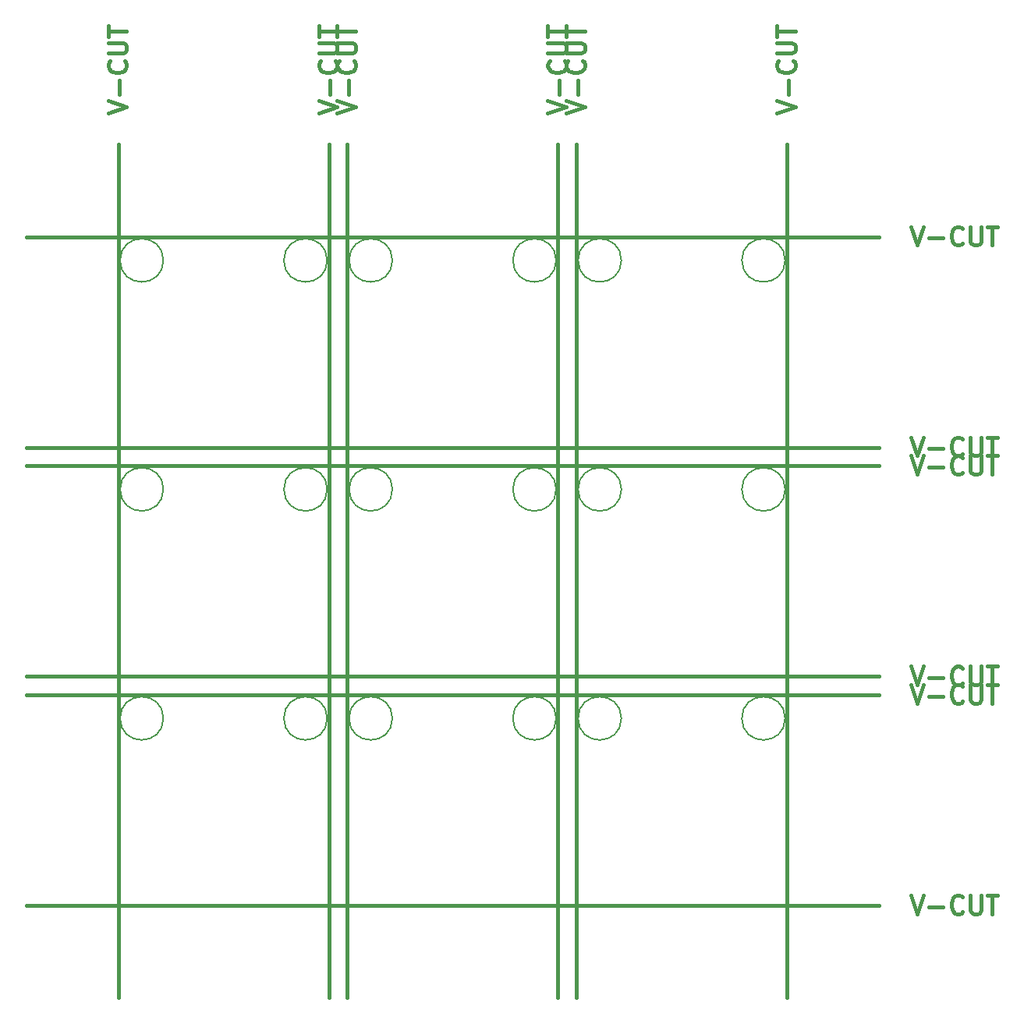
<source format=gbr>
G04 #@! TF.GenerationSoftware,KiCad,Pcbnew,5.1.5+dfsg1-2build2*
G04 #@! TF.CreationDate,2021-09-30T13:46:45+00:00*
G04 #@! TF.ProjectId,mcp2221a-breakout-panel,6d637032-3232-4316-912d-627265616b6f,rev?*
G04 #@! TF.SameCoordinates,Original*
G04 #@! TF.FileFunction,Other,Comment*
%FSLAX46Y46*%
G04 Gerber Fmt 4.6, Leading zero omitted, Abs format (unit mm)*
G04 Created by KiCad (PCBNEW 5.1.5+dfsg1-2build2) date 2021-09-30 13:46:45*
%MOMM*%
%LPD*%
G04 APERTURE LIST*
%ADD10C,0.400000*%
%ADD11C,0.150000*%
G04 APERTURE END LIST*
D10*
X110054761Y-25100520D02*
X112054761Y-24433854D01*
X110054761Y-23767187D01*
X111292857Y-23100520D02*
X111292857Y-21576711D01*
X111864285Y-19481473D02*
X111959523Y-19576711D01*
X112054761Y-19862425D01*
X112054761Y-20052901D01*
X111959523Y-20338616D01*
X111769047Y-20529092D01*
X111578571Y-20624330D01*
X111197619Y-20719568D01*
X110911904Y-20719568D01*
X110530952Y-20624330D01*
X110340476Y-20529092D01*
X110150000Y-20338616D01*
X110054761Y-20052901D01*
X110054761Y-19862425D01*
X110150000Y-19576711D01*
X110245238Y-19481473D01*
X110054761Y-18624330D02*
X111673809Y-18624330D01*
X111864285Y-18529092D01*
X111959523Y-18433854D01*
X112054761Y-18243377D01*
X112054761Y-17862425D01*
X111959523Y-17671949D01*
X111864285Y-17576711D01*
X111673809Y-17481473D01*
X110054761Y-17481473D01*
X110054761Y-16814806D02*
X110054761Y-15671949D01*
X112054761Y-16243377D02*
X110054761Y-16243377D01*
X111150000Y-28550997D02*
X111150000Y-121169014D01*
X60334761Y-25100520D02*
X62334761Y-24433854D01*
X60334761Y-23767187D01*
X61572857Y-23100520D02*
X61572857Y-21576711D01*
X62144285Y-19481473D02*
X62239523Y-19576711D01*
X62334761Y-19862425D01*
X62334761Y-20052901D01*
X62239523Y-20338616D01*
X62049047Y-20529092D01*
X61858571Y-20624330D01*
X61477619Y-20719568D01*
X61191904Y-20719568D01*
X60810952Y-20624330D01*
X60620476Y-20529092D01*
X60430000Y-20338616D01*
X60334761Y-20052901D01*
X60334761Y-19862425D01*
X60430000Y-19576711D01*
X60525238Y-19481473D01*
X60334761Y-18624330D02*
X61953809Y-18624330D01*
X62144285Y-18529092D01*
X62239523Y-18433854D01*
X62334761Y-18243377D01*
X62334761Y-17862425D01*
X62239523Y-17671949D01*
X62144285Y-17576711D01*
X61953809Y-17481473D01*
X60334761Y-17481473D01*
X60334761Y-16814806D02*
X60334761Y-15671949D01*
X62334761Y-16243377D02*
X60334761Y-16243377D01*
X61430000Y-28550997D02*
X61430000Y-121169014D01*
X62334761Y-25100520D02*
X64334761Y-24433854D01*
X62334761Y-23767187D01*
X63572857Y-23100520D02*
X63572857Y-21576711D01*
X64144285Y-19481473D02*
X64239523Y-19576711D01*
X64334761Y-19862425D01*
X64334761Y-20052901D01*
X64239523Y-20338616D01*
X64049047Y-20529092D01*
X63858571Y-20624330D01*
X63477619Y-20719568D01*
X63191904Y-20719568D01*
X62810952Y-20624330D01*
X62620476Y-20529092D01*
X62430000Y-20338616D01*
X62334761Y-20052901D01*
X62334761Y-19862425D01*
X62430000Y-19576711D01*
X62525238Y-19481473D01*
X62334761Y-18624330D02*
X63953809Y-18624330D01*
X64144285Y-18529092D01*
X64239523Y-18433854D01*
X64334761Y-18243377D01*
X64334761Y-17862425D01*
X64239523Y-17671949D01*
X64144285Y-17576711D01*
X63953809Y-17481473D01*
X62334761Y-17481473D01*
X62334761Y-16814806D02*
X62334761Y-15671949D01*
X64334761Y-16243377D02*
X62334761Y-16243377D01*
X63430000Y-28550997D02*
X63430000Y-121169014D01*
X85194761Y-25100520D02*
X87194761Y-24433854D01*
X85194761Y-23767187D01*
X86432857Y-23100520D02*
X86432857Y-21576711D01*
X87004285Y-19481473D02*
X87099523Y-19576711D01*
X87194761Y-19862425D01*
X87194761Y-20052901D01*
X87099523Y-20338616D01*
X86909047Y-20529092D01*
X86718571Y-20624330D01*
X86337619Y-20719568D01*
X86051904Y-20719568D01*
X85670952Y-20624330D01*
X85480476Y-20529092D01*
X85290000Y-20338616D01*
X85194761Y-20052901D01*
X85194761Y-19862425D01*
X85290000Y-19576711D01*
X85385238Y-19481473D01*
X85194761Y-18624330D02*
X86813809Y-18624330D01*
X87004285Y-18529092D01*
X87099523Y-18433854D01*
X87194761Y-18243377D01*
X87194761Y-17862425D01*
X87099523Y-17671949D01*
X87004285Y-17576711D01*
X86813809Y-17481473D01*
X85194761Y-17481473D01*
X85194761Y-16814806D02*
X85194761Y-15671949D01*
X87194761Y-16243377D02*
X85194761Y-16243377D01*
X86290000Y-28550997D02*
X86290000Y-121169014D01*
X87194761Y-25100520D02*
X89194761Y-24433854D01*
X87194761Y-23767187D01*
X88432857Y-23100520D02*
X88432857Y-21576711D01*
X89004285Y-19481473D02*
X89099523Y-19576711D01*
X89194761Y-19862425D01*
X89194761Y-20052901D01*
X89099523Y-20338616D01*
X88909047Y-20529092D01*
X88718571Y-20624330D01*
X88337619Y-20719568D01*
X88051904Y-20719568D01*
X87670952Y-20624330D01*
X87480476Y-20529092D01*
X87290000Y-20338616D01*
X87194761Y-20052901D01*
X87194761Y-19862425D01*
X87290000Y-19576711D01*
X87385238Y-19481473D01*
X87194761Y-18624330D02*
X88813809Y-18624330D01*
X89004285Y-18529092D01*
X89099523Y-18433854D01*
X89194761Y-18243377D01*
X89194761Y-17862425D01*
X89099523Y-17671949D01*
X89004285Y-17576711D01*
X88813809Y-17481473D01*
X87194761Y-17481473D01*
X87194761Y-16814806D02*
X87194761Y-15671949D01*
X89194761Y-16243377D02*
X87194761Y-16243377D01*
X88290000Y-28550997D02*
X88290000Y-121169014D01*
X37474761Y-25100520D02*
X39474761Y-24433854D01*
X37474761Y-23767187D01*
X38712857Y-23100520D02*
X38712857Y-21576711D01*
X39284285Y-19481473D02*
X39379523Y-19576711D01*
X39474761Y-19862425D01*
X39474761Y-20052901D01*
X39379523Y-20338616D01*
X39189047Y-20529092D01*
X38998571Y-20624330D01*
X38617619Y-20719568D01*
X38331904Y-20719568D01*
X37950952Y-20624330D01*
X37760476Y-20529092D01*
X37570000Y-20338616D01*
X37474761Y-20052901D01*
X37474761Y-19862425D01*
X37570000Y-19576711D01*
X37665238Y-19481473D01*
X37474761Y-18624330D02*
X39093809Y-18624330D01*
X39284285Y-18529092D01*
X39379523Y-18433854D01*
X39474761Y-18243377D01*
X39474761Y-17862425D01*
X39379523Y-17671949D01*
X39284285Y-17576711D01*
X39093809Y-17481473D01*
X37474761Y-17481473D01*
X37474761Y-16814806D02*
X37474761Y-15671949D01*
X39474761Y-16243377D02*
X37474761Y-16243377D01*
X38570000Y-28550997D02*
X38570000Y-121169014D01*
X124599487Y-110054761D02*
X125266153Y-112054761D01*
X125932820Y-110054761D01*
X126599487Y-111292857D02*
X128123296Y-111292857D01*
X130218534Y-111864285D02*
X130123296Y-111959523D01*
X129837582Y-112054761D01*
X129647106Y-112054761D01*
X129361391Y-111959523D01*
X129170915Y-111769047D01*
X129075677Y-111578571D01*
X128980439Y-111197619D01*
X128980439Y-110911904D01*
X129075677Y-110530952D01*
X129170915Y-110340476D01*
X129361391Y-110150000D01*
X129647106Y-110054761D01*
X129837582Y-110054761D01*
X130123296Y-110150000D01*
X130218534Y-110245238D01*
X131075677Y-110054761D02*
X131075677Y-111673809D01*
X131170915Y-111864285D01*
X131266153Y-111959523D01*
X131456630Y-112054761D01*
X131837582Y-112054761D01*
X132028058Y-111959523D01*
X132123296Y-111864285D01*
X132218534Y-111673809D01*
X132218534Y-110054761D01*
X132885201Y-110054761D02*
X134028058Y-110054761D01*
X133456630Y-112054761D02*
X133456630Y-110054761D01*
X28570998Y-111150000D02*
X121149011Y-111150000D01*
X124599487Y-60334761D02*
X125266153Y-62334761D01*
X125932820Y-60334761D01*
X126599487Y-61572857D02*
X128123296Y-61572857D01*
X130218534Y-62144285D02*
X130123296Y-62239523D01*
X129837582Y-62334761D01*
X129647106Y-62334761D01*
X129361391Y-62239523D01*
X129170915Y-62049047D01*
X129075677Y-61858571D01*
X128980439Y-61477619D01*
X128980439Y-61191904D01*
X129075677Y-60810952D01*
X129170915Y-60620476D01*
X129361391Y-60430000D01*
X129647106Y-60334761D01*
X129837582Y-60334761D01*
X130123296Y-60430000D01*
X130218534Y-60525238D01*
X131075677Y-60334761D02*
X131075677Y-61953809D01*
X131170915Y-62144285D01*
X131266153Y-62239523D01*
X131456630Y-62334761D01*
X131837582Y-62334761D01*
X132028058Y-62239523D01*
X132123296Y-62144285D01*
X132218534Y-61953809D01*
X132218534Y-60334761D01*
X132885201Y-60334761D02*
X134028058Y-60334761D01*
X133456630Y-62334761D02*
X133456630Y-60334761D01*
X28570998Y-61430000D02*
X121149011Y-61430000D01*
X124599487Y-62334761D02*
X125266153Y-64334761D01*
X125932820Y-62334761D01*
X126599487Y-63572857D02*
X128123296Y-63572857D01*
X130218534Y-64144285D02*
X130123296Y-64239523D01*
X129837582Y-64334761D01*
X129647106Y-64334761D01*
X129361391Y-64239523D01*
X129170915Y-64049047D01*
X129075677Y-63858571D01*
X128980439Y-63477619D01*
X128980439Y-63191904D01*
X129075677Y-62810952D01*
X129170915Y-62620476D01*
X129361391Y-62430000D01*
X129647106Y-62334761D01*
X129837582Y-62334761D01*
X130123296Y-62430000D01*
X130218534Y-62525238D01*
X131075677Y-62334761D02*
X131075677Y-63953809D01*
X131170915Y-64144285D01*
X131266153Y-64239523D01*
X131456630Y-64334761D01*
X131837582Y-64334761D01*
X132028058Y-64239523D01*
X132123296Y-64144285D01*
X132218534Y-63953809D01*
X132218534Y-62334761D01*
X132885201Y-62334761D02*
X134028058Y-62334761D01*
X133456630Y-64334761D02*
X133456630Y-62334761D01*
X28570998Y-63430000D02*
X121149011Y-63430000D01*
X124599487Y-85194761D02*
X125266153Y-87194761D01*
X125932820Y-85194761D01*
X126599487Y-86432857D02*
X128123296Y-86432857D01*
X130218534Y-87004285D02*
X130123296Y-87099523D01*
X129837582Y-87194761D01*
X129647106Y-87194761D01*
X129361391Y-87099523D01*
X129170915Y-86909047D01*
X129075677Y-86718571D01*
X128980439Y-86337619D01*
X128980439Y-86051904D01*
X129075677Y-85670952D01*
X129170915Y-85480476D01*
X129361391Y-85290000D01*
X129647106Y-85194761D01*
X129837582Y-85194761D01*
X130123296Y-85290000D01*
X130218534Y-85385238D01*
X131075677Y-85194761D02*
X131075677Y-86813809D01*
X131170915Y-87004285D01*
X131266153Y-87099523D01*
X131456630Y-87194761D01*
X131837582Y-87194761D01*
X132028058Y-87099523D01*
X132123296Y-87004285D01*
X132218534Y-86813809D01*
X132218534Y-85194761D01*
X132885201Y-85194761D02*
X134028058Y-85194761D01*
X133456630Y-87194761D02*
X133456630Y-85194761D01*
X28570998Y-86290000D02*
X121149011Y-86290000D01*
X124599487Y-87194761D02*
X125266153Y-89194761D01*
X125932820Y-87194761D01*
X126599487Y-88432857D02*
X128123296Y-88432857D01*
X130218534Y-89004285D02*
X130123296Y-89099523D01*
X129837582Y-89194761D01*
X129647106Y-89194761D01*
X129361391Y-89099523D01*
X129170915Y-88909047D01*
X129075677Y-88718571D01*
X128980439Y-88337619D01*
X128980439Y-88051904D01*
X129075677Y-87670952D01*
X129170915Y-87480476D01*
X129361391Y-87290000D01*
X129647106Y-87194761D01*
X129837582Y-87194761D01*
X130123296Y-87290000D01*
X130218534Y-87385238D01*
X131075677Y-87194761D02*
X131075677Y-88813809D01*
X131170915Y-89004285D01*
X131266153Y-89099523D01*
X131456630Y-89194761D01*
X131837582Y-89194761D01*
X132028058Y-89099523D01*
X132123296Y-89004285D01*
X132218534Y-88813809D01*
X132218534Y-87194761D01*
X132885201Y-87194761D02*
X134028058Y-87194761D01*
X133456630Y-89194761D02*
X133456630Y-87194761D01*
X28570998Y-88290000D02*
X121149011Y-88290000D01*
X124599487Y-37474761D02*
X125266153Y-39474761D01*
X125932820Y-37474761D01*
X126599487Y-38712857D02*
X128123296Y-38712857D01*
X130218534Y-39284285D02*
X130123296Y-39379523D01*
X129837582Y-39474761D01*
X129647106Y-39474761D01*
X129361391Y-39379523D01*
X129170915Y-39189047D01*
X129075677Y-38998571D01*
X128980439Y-38617619D01*
X128980439Y-38331904D01*
X129075677Y-37950952D01*
X129170915Y-37760476D01*
X129361391Y-37570000D01*
X129647106Y-37474761D01*
X129837582Y-37474761D01*
X130123296Y-37570000D01*
X130218534Y-37665238D01*
X131075677Y-37474761D02*
X131075677Y-39093809D01*
X131170915Y-39284285D01*
X131266153Y-39379523D01*
X131456630Y-39474761D01*
X131837582Y-39474761D01*
X132028058Y-39379523D01*
X132123296Y-39284285D01*
X132218534Y-39093809D01*
X132218534Y-37474761D01*
X132885201Y-37474761D02*
X134028058Y-37474761D01*
X133456630Y-39474761D02*
X133456630Y-37474761D01*
X28570998Y-38570000D02*
X121149011Y-38570000D01*
D11*
G04 #@! TO.C,H1*
X93180012Y-90830015D02*
G75*
G03X93180012Y-90830015I-2350000J0D01*
G01*
G04 #@! TO.C,H2*
X110960012Y-90830015D02*
G75*
G03X110960012Y-90830015I-2350000J0D01*
G01*
G04 #@! TO.C,H1*
X68320005Y-90830015D02*
G75*
G03X68320005Y-90830015I-2350000J0D01*
G01*
G04 #@! TO.C,H2*
X86100005Y-90830015D02*
G75*
G03X86100005Y-90830015I-2350000J0D01*
G01*
G04 #@! TO.C,H1*
X43459998Y-90830015D02*
G75*
G03X43459998Y-90830015I-2350000J0D01*
G01*
G04 #@! TO.C,H2*
X61239998Y-90830015D02*
G75*
G03X61239998Y-90830015I-2350000J0D01*
G01*
G04 #@! TO.C,H1*
X93180012Y-65970006D02*
G75*
G03X93180012Y-65970006I-2350000J0D01*
G01*
G04 #@! TO.C,H2*
X110960012Y-65970006D02*
G75*
G03X110960012Y-65970006I-2350000J0D01*
G01*
G04 #@! TO.C,H1*
X68320005Y-65970006D02*
G75*
G03X68320005Y-65970006I-2350000J0D01*
G01*
G04 #@! TO.C,H2*
X86100005Y-65970006D02*
G75*
G03X86100005Y-65970006I-2350000J0D01*
G01*
G04 #@! TO.C,H1*
X43459998Y-65970006D02*
G75*
G03X43459998Y-65970006I-2350000J0D01*
G01*
G04 #@! TO.C,H2*
X61239998Y-65970006D02*
G75*
G03X61239998Y-65970006I-2350000J0D01*
G01*
G04 #@! TO.C,H1*
X93180012Y-41109997D02*
G75*
G03X93180012Y-41109997I-2350000J0D01*
G01*
G04 #@! TO.C,H2*
X110960012Y-41109997D02*
G75*
G03X110960012Y-41109997I-2350000J0D01*
G01*
G04 #@! TO.C,H1*
X68320005Y-41109997D02*
G75*
G03X68320005Y-41109997I-2350000J0D01*
G01*
G04 #@! TO.C,H2*
X86100005Y-41109997D02*
G75*
G03X86100005Y-41109997I-2350000J0D01*
G01*
G04 #@! TO.C,H1*
X43459998Y-41109997D02*
G75*
G03X43459998Y-41109997I-2350000J0D01*
G01*
G04 #@! TO.C,H2*
X61239998Y-41109997D02*
G75*
G03X61239998Y-41109997I-2350000J0D01*
G01*
G04 #@! TD*
M02*

</source>
